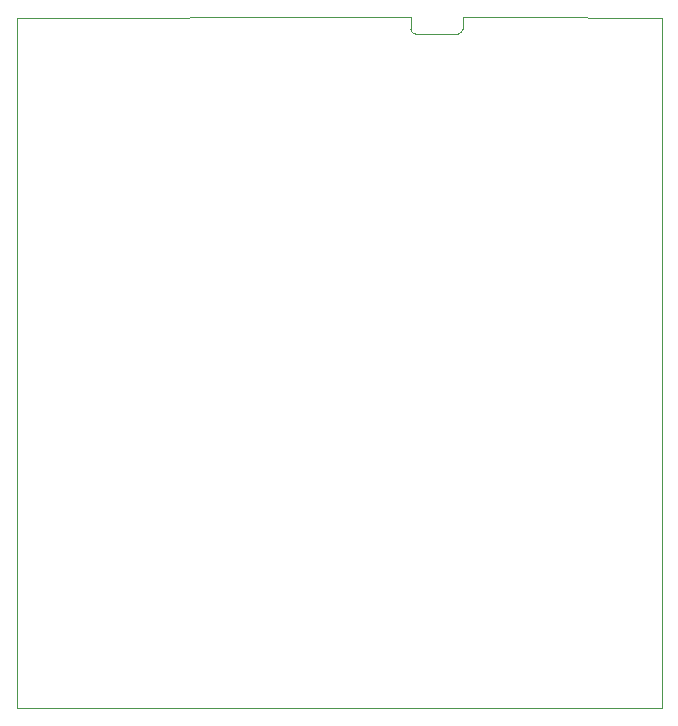
<source format=gbr>
%TF.GenerationSoftware,KiCad,Pcbnew,7.0.9*%
%TF.CreationDate,2024-03-24T10:40:35-04:00*%
%TF.ProjectId,Dryer Buzzer V2,44727965-7220-4427-957a-7a6572205632,rev?*%
%TF.SameCoordinates,Original*%
%TF.FileFunction,Profile,NP*%
%FSLAX46Y46*%
G04 Gerber Fmt 4.6, Leading zero omitted, Abs format (unit mm)*
G04 Created by KiCad (PCBNEW 7.0.9) date 2024-03-24 10:40:35*
%MOMM*%
%LPD*%
G01*
G04 APERTURE LIST*
%TA.AperFunction,Profile*%
%ADD10C,0.100000*%
%TD*%
%TA.AperFunction,Profile*%
%ADD11C,0.120000*%
%TD*%
G04 APERTURE END LIST*
D10*
X143660000Y-23440000D02*
X156210000Y-23495000D01*
X130660000Y-23440000D02*
X101600000Y-23495000D01*
X156210000Y-81915000D02*
X156210000Y-23495000D01*
X101600000Y-81915000D02*
X156210000Y-81915000D01*
X101600000Y-23495000D02*
X101600000Y-81915000D01*
D11*
%TO.C,J1*%
X139360000Y-24440000D02*
X139360000Y-23440000D01*
X139360000Y-23440000D02*
X143660000Y-23440000D01*
X135360000Y-24840000D02*
X138960000Y-24840000D01*
X134960000Y-24440000D02*
X134960000Y-23440000D01*
X134960000Y-23440000D02*
X130660000Y-23440000D01*
X138960000Y-24840000D02*
G75*
G03*
X139360000Y-24440000I-2J400002D01*
G01*
X134960000Y-24440000D02*
G75*
G03*
X135360000Y-24840000I400000J0D01*
G01*
%TD*%
M02*

</source>
